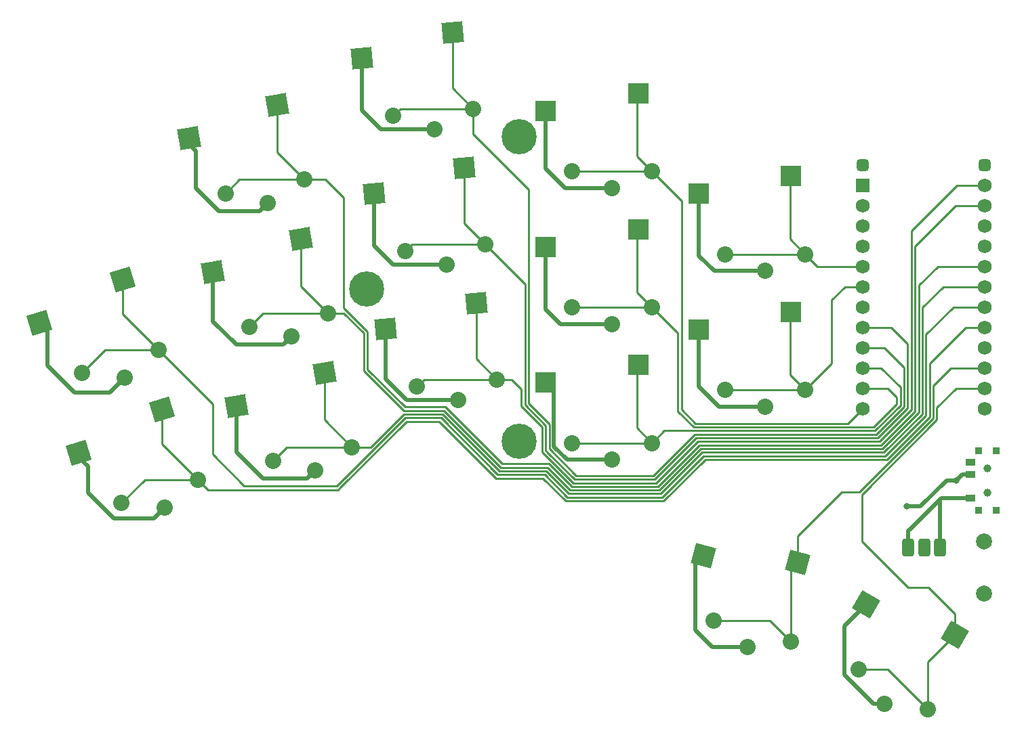
<source format=gtl>
%TF.GenerationSoftware,KiCad,Pcbnew,(6.0.4-0)*%
%TF.CreationDate,2022-04-28T13:46:59+02:00*%
%TF.ProjectId,duckmini,6475636b-6d69-46e6-992e-6b696361645f,v1.0.0*%
%TF.SameCoordinates,Original*%
%TF.FileFunction,Copper,L1,Top*%
%TF.FilePolarity,Positive*%
%FSLAX46Y46*%
G04 Gerber Fmt 4.6, Leading zero omitted, Abs format (unit mm)*
G04 Created by KiCad (PCBNEW (6.0.4-0)) date 2022-04-28 13:46:59*
%MOMM*%
%LPD*%
G01*
G04 APERTURE LIST*
G04 Aperture macros list*
%AMRoundRect*
0 Rectangle with rounded corners*
0 $1 Rounding radius*
0 $2 $3 $4 $5 $6 $7 $8 $9 X,Y pos of 4 corners*
0 Add a 4 corners polygon primitive as box body*
4,1,4,$2,$3,$4,$5,$6,$7,$8,$9,$2,$3,0*
0 Add four circle primitives for the rounded corners*
1,1,$1+$1,$2,$3*
1,1,$1+$1,$4,$5*
1,1,$1+$1,$6,$7*
1,1,$1+$1,$8,$9*
0 Add four rect primitives between the rounded corners*
20,1,$1+$1,$2,$3,$4,$5,0*
20,1,$1+$1,$4,$5,$6,$7,0*
20,1,$1+$1,$6,$7,$8,$9,0*
20,1,$1+$1,$8,$9,$2,$3,0*%
%AMRotRect*
0 Rectangle, with rotation*
0 The origin of the aperture is its center*
0 $1 length*
0 $2 width*
0 $3 Rotation angle, in degrees counterclockwise*
0 Add horizontal line*
21,1,$1,$2,0,0,$3*%
G04 Aperture macros list end*
%TA.AperFunction,SMDPad,CuDef*%
%ADD10R,0.900000X0.900000*%
%TD*%
%TA.AperFunction,SMDPad,CuDef*%
%ADD11R,1.250000X0.900000*%
%TD*%
%TA.AperFunction,ComponentPad*%
%ADD12RoundRect,0.375000X-0.375000X-0.750000X0.375000X-0.750000X0.375000X0.750000X-0.375000X0.750000X0*%
%TD*%
%TA.AperFunction,ComponentPad*%
%ADD13C,2.000000*%
%TD*%
%TA.AperFunction,SMDPad,CuDef*%
%ADD14RotRect,2.600000X2.600000X10.000000*%
%TD*%
%TA.AperFunction,ComponentPad*%
%ADD15C,2.032000*%
%TD*%
%TA.AperFunction,SMDPad,CuDef*%
%ADD16RotRect,2.600000X2.600000X5.000000*%
%TD*%
%TA.AperFunction,SMDPad,CuDef*%
%ADD17R,2.600000X2.600000*%
%TD*%
%TA.AperFunction,SMDPad,CuDef*%
%ADD18RotRect,2.600000X2.600000X330.000000*%
%TD*%
%TA.AperFunction,WasherPad*%
%ADD19C,1.000000*%
%TD*%
%TA.AperFunction,SMDPad,CuDef*%
%ADD20RotRect,2.600000X2.600000X17.000000*%
%TD*%
%TA.AperFunction,SMDPad,CuDef*%
%ADD21RotRect,2.600000X2.600000X345.000000*%
%TD*%
%TA.AperFunction,ComponentPad*%
%ADD22R,1.752600X1.752600*%
%TD*%
%TA.AperFunction,ComponentPad*%
%ADD23C,1.752600*%
%TD*%
%TA.AperFunction,ComponentPad*%
%ADD24RoundRect,0.375000X-0.375000X-0.375000X0.375000X-0.375000X0.375000X0.375000X-0.375000X0.375000X0*%
%TD*%
%TA.AperFunction,ComponentPad*%
%ADD25C,4.400000*%
%TD*%
%TA.AperFunction,ViaPad*%
%ADD26C,0.800000*%
%TD*%
%TA.AperFunction,Conductor*%
%ADD27C,0.250000*%
%TD*%
%TA.AperFunction,Conductor*%
%ADD28C,0.500000*%
%TD*%
G04 APERTURE END LIST*
D10*
%TO.P,T1,*%
%TO.N,*%
X161187367Y60512667D03*
X163387367Y67912667D03*
X163387367Y60512667D03*
X161187367Y67912667D03*
D11*
%TO.P,T1,1*%
%TO.N,Braw*%
X160212367Y61962667D03*
%TO.P,T1,2*%
%TO.N,Bplus*%
X160212367Y64962667D03*
%TO.P,T1,3*%
%TO.N,N/C*%
X160212367Y66462667D03*
%TD*%
D12*
%TO.P,PAD1,1*%
%TO.N,Braw*%
X152411087Y55816483D03*
X156411087Y55816483D03*
%TO.P,PAD1,2*%
%TO.N,Bminus*%
X154411087Y55816483D03*
%TD*%
D13*
%TO.P,B1,1*%
%TO.N,RST*%
X161850000Y50090000D03*
%TO.P,B1,2*%
%TO.N,GND*%
X161850000Y56590000D03*
%TD*%
D14*
%TO.P,S11,1*%
%TO.N,P0*%
X73579149Y111173371D03*
%TO.P,S11,2*%
%TO.N,GND*%
X62586645Y107001157D03*
%TD*%
D15*
%TO.P,S34,1*%
%TO.N,P8*%
X146198518Y40569316D03*
X154858772Y35569316D03*
%TO.P,S34,2*%
%TO.N,GND*%
X149478645Y36250663D03*
X149478645Y36250663D03*
%TD*%
D16*
%TO.P,S15,1*%
%TO.N,P18*%
X96965604Y103326961D03*
%TO.P,S15,2*%
%TO.N,GND*%
X85651298Y100128683D03*
%TD*%
D17*
%TO.P,S21,1*%
%TO.N,P16*%
X118686087Y95636017D03*
%TO.P,S21,2*%
%TO.N,GND*%
X107136087Y93436017D03*
%TD*%
D15*
%TO.P,S8,1*%
%TO.N,P3*%
X73026972Y66651093D03*
X82875050Y68387574D03*
%TO.P,S8,2*%
%TO.N,GND*%
X78315672Y65451237D03*
X78315672Y65451237D03*
%TD*%
%TO.P,S14,1*%
%TO.N,P1*%
X91053509Y75957538D03*
X101015456Y76829096D03*
%TO.P,S14,2*%
%TO.N,GND*%
X96217510Y74301308D03*
X96217510Y74301308D03*
%TD*%
%TO.P,S20,1*%
%TO.N,P14*%
X120411087Y68886017D03*
X110411087Y68886017D03*
%TO.P,S20,2*%
%TO.N,GND*%
X115411087Y66786017D03*
X115411087Y66786017D03*
%TD*%
%TO.P,S28,1*%
%TO.N,P20*%
X129517334Y75510985D03*
X139517334Y75510985D03*
%TO.P,S28,2*%
%TO.N,GND*%
X134517334Y73410985D03*
X134517334Y73410985D03*
%TD*%
D17*
%TO.P,S29,1*%
%TO.N,P21*%
X137792334Y102260985D03*
%TO.P,S29,2*%
%TO.N,GND*%
X126242334Y100060985D03*
%TD*%
D18*
%TO.P,S33,1*%
%TO.N,P8*%
X158239878Y44875564D03*
%TO.P,S33,2*%
%TO.N,GND*%
X147137285Y48745308D03*
%TD*%
D14*
%TO.P,S7,1*%
%TO.N,P3*%
X79483187Y77689907D03*
%TO.P,S7,2*%
%TO.N,GND*%
X68490683Y73517693D03*
%TD*%
D19*
%TO.P,T2,*%
%TO.N,*%
X162287367Y65712667D03*
X162287367Y62712667D03*
%TD*%
D20*
%TO.P,S5,1*%
%TO.N,P4*%
X54234545Y89377494D03*
%TO.P,S5,2*%
%TO.N,GND*%
X43832443Y83896730D03*
%TD*%
D17*
%TO.P,S27,1*%
%TO.N,P20*%
X137792334Y85260985D03*
%TO.P,S27,2*%
%TO.N,GND*%
X126242334Y83060985D03*
%TD*%
D14*
%TO.P,S9,1*%
%TO.N,P2*%
X76531168Y94431639D03*
%TO.P,S9,2*%
%TO.N,GND*%
X65538664Y90259425D03*
%TD*%
D15*
%TO.P,S16,1*%
%TO.N,P18*%
X99533808Y93764406D03*
X89571861Y92892848D03*
%TO.P,S16,2*%
%TO.N,GND*%
X94735862Y91236618D03*
X94735862Y91236618D03*
%TD*%
%TO.P,S30,1*%
%TO.N,P21*%
X139517334Y92510985D03*
X129517334Y92510985D03*
%TO.P,S30,2*%
%TO.N,GND*%
X134517334Y90410985D03*
X134517334Y90410985D03*
%TD*%
D16*
%TO.P,S13,1*%
%TO.N,P1*%
X98447252Y86391651D03*
%TO.P,S13,2*%
%TO.N,GND*%
X87132946Y83193373D03*
%TD*%
D15*
%TO.P,S24,1*%
%TO.N,P10*%
X110411087Y102886017D03*
X120411087Y102886017D03*
%TO.P,S24,2*%
%TO.N,GND*%
X115411087Y100786017D03*
X115411087Y100786017D03*
%TD*%
D16*
%TO.P,S17,1*%
%TO.N,P15*%
X95483957Y120262271D03*
%TO.P,S17,2*%
%TO.N,GND*%
X84169651Y117063993D03*
%TD*%
D15*
%TO.P,S4,1*%
%TO.N,P5*%
X54142067Y61376965D03*
X63705114Y64300682D03*
%TO.P,S4,2*%
%TO.N,GND*%
X59537571Y60830584D03*
X59537571Y60830584D03*
%TD*%
%TO.P,S10,1*%
%TO.N,P2*%
X70074953Y83392825D03*
X79923031Y85129306D03*
%TO.P,S10,2*%
%TO.N,GND*%
X75363653Y82192969D03*
X75363653Y82192969D03*
%TD*%
%TO.P,S22,1*%
%TO.N,P16*%
X110411087Y85886017D03*
X120411087Y85886017D03*
%TO.P,S22,2*%
%TO.N,GND*%
X115411087Y83786017D03*
X115411087Y83786017D03*
%TD*%
D21*
%TO.P,S31,1*%
%TO.N,P7*%
X138594426Y53938364D03*
%TO.P,S31,2*%
%TO.N,GND*%
X126868581Y54802687D03*
%TD*%
D22*
%TO.P,MCU1,1*%
%TO.N,RAW*%
X146737213Y101142542D03*
D23*
%TO.P,MCU1,2*%
%TO.N,GND*%
X146737213Y98602542D03*
%TO.P,MCU1,3*%
%TO.N,RST*%
X146737213Y96062542D03*
%TO.P,MCU1,4*%
%TO.N,VCC*%
X146737213Y93522542D03*
%TO.P,MCU1,5*%
%TO.N,P21*%
X146737213Y90982542D03*
%TO.P,MCU1,6*%
%TO.N,P20*%
X146737213Y88442542D03*
%TO.P,MCU1,7*%
%TO.N,P19*%
X146737213Y85902542D03*
%TO.P,MCU1,8*%
%TO.N,P18*%
X146737213Y83362542D03*
%TO.P,MCU1,9*%
%TO.N,P15*%
X146737213Y80822542D03*
%TO.P,MCU1,10*%
%TO.N,P14*%
X146737213Y78282542D03*
%TO.P,MCU1,11*%
%TO.N,P16*%
X146737213Y75742542D03*
%TO.P,MCU1,12*%
%TO.N,P10*%
X146737213Y73202542D03*
%TO.P,MCU1,13*%
%TO.N,P1*%
X161977213Y101142542D03*
%TO.P,MCU1,14*%
%TO.N,P0*%
X161977213Y98602542D03*
%TO.P,MCU1,15*%
%TO.N,GND*%
X161977213Y96062542D03*
%TO.P,MCU1,16*%
X161977213Y93522542D03*
%TO.P,MCU1,17*%
%TO.N,P2*%
X161977213Y90982542D03*
%TO.P,MCU1,18*%
%TO.N,P3*%
X161977213Y88442542D03*
%TO.P,MCU1,19*%
%TO.N,P4*%
X161977213Y85902542D03*
%TO.P,MCU1,20*%
%TO.N,P5*%
X161977213Y83362542D03*
%TO.P,MCU1,21*%
%TO.N,P6*%
X161977213Y80822542D03*
%TO.P,MCU1,22*%
%TO.N,P7*%
X161977213Y78282542D03*
%TO.P,MCU1,23*%
%TO.N,P8*%
X161977213Y75742542D03*
%TO.P,MCU1,24*%
%TO.N,P9*%
X161977213Y73202542D03*
D24*
%TO.P,MCU1,25*%
%TO.N,Bplus*%
X146737213Y103682542D03*
%TO.N,Bminus*%
X161977213Y103682542D03*
%TD*%
D20*
%TO.P,S3,1*%
%TO.N,P5*%
X59204864Y73120313D03*
%TO.P,S3,2*%
%TO.N,GND*%
X48802762Y67639549D03*
%TD*%
D15*
%TO.P,S32,1*%
%TO.N,P7*%
X137737163Y44074125D03*
X128077904Y46662315D03*
%TO.P,S32,2*%
%TO.N,GND*%
X132364014Y43339776D03*
X132364014Y43339776D03*
%TD*%
D25*
%TO.P,REF\u002A\u002A,1*%
%TO.N,N/C*%
X84747220Y88141427D03*
X103797220Y69091427D03*
X103797220Y107191427D03*
%TD*%
D15*
%TO.P,S12,1*%
%TO.N,P0*%
X76971012Y101871038D03*
X67122934Y100134557D03*
%TO.P,S12,2*%
%TO.N,GND*%
X72411634Y98934701D03*
X72411634Y98934701D03*
%TD*%
D17*
%TO.P,S23,1*%
%TO.N,P10*%
X118686087Y112636017D03*
%TO.P,S23,2*%
%TO.N,GND*%
X107136087Y110436017D03*
%TD*%
D15*
%TO.P,S6,1*%
%TO.N,P4*%
X49171748Y77634146D03*
X58734795Y80557863D03*
%TO.P,S6,2*%
%TO.N,GND*%
X54567252Y77087765D03*
X54567252Y77087765D03*
%TD*%
D17*
%TO.P,S19,1*%
%TO.N,P14*%
X118686087Y78636017D03*
%TO.P,S19,2*%
%TO.N,GND*%
X107136087Y76436017D03*
%TD*%
D15*
%TO.P,S18,1*%
%TO.N,P15*%
X88090214Y109828158D03*
X98052161Y110699716D03*
%TO.P,S18,2*%
%TO.N,GND*%
X93254215Y108171928D03*
X93254215Y108171928D03*
%TD*%
D26*
%TO.N,Bplus*%
X158448480Y64212667D03*
X152222200Y60960000D03*
%TD*%
D27*
%TO.N,P21*%
X139517334Y92510985D02*
X141043317Y90985002D01*
X141043317Y90985002D02*
X146734753Y90985002D01*
X146734753Y90985002D02*
X146737213Y90982542D01*
X129517334Y92510985D02*
X139517334Y92510985D01*
D28*
%TO.N,GND*%
X108153560Y75418544D02*
X107136087Y76436017D01*
X63384822Y105421809D02*
X62586645Y106219986D01*
X96217510Y74301308D02*
X89760656Y74301308D01*
X134517334Y90410985D02*
X128150955Y90410985D01*
X63384822Y100802250D02*
X63384822Y105421809D01*
X128789852Y73410985D02*
X126242334Y75958503D01*
X75363653Y82192969D02*
X74347654Y81176970D01*
X115411087Y66786017D02*
X109815760Y66786017D01*
X126242334Y92319606D02*
X126242334Y100060985D01*
X108153560Y68448217D02*
X108153560Y75418544D01*
X62586645Y106219986D02*
X62586645Y107001157D01*
X66268370Y97918702D02*
X63384822Y100802250D01*
X74347654Y81176970D02*
X68485407Y81176970D01*
X71813295Y64435238D02*
X68490683Y67757850D01*
X89760656Y74301308D02*
X87132946Y76929018D01*
X125807135Y53741241D02*
X126868581Y54802687D01*
X109815760Y66786017D02*
X108153560Y68448217D01*
X49917361Y65987885D02*
X48802762Y67102484D01*
X144424400Y39868068D02*
X144424400Y46032423D01*
X125807135Y45471746D02*
X125807135Y53741241D01*
X59537571Y60830584D02*
X58196209Y59489222D01*
X77299673Y64435238D02*
X71813295Y64435238D01*
X115411087Y83786017D02*
X108973745Y83786017D01*
X78315672Y65451237D02*
X77299673Y64435238D01*
X58196209Y59489222D02*
X53137791Y59489222D01*
X71395635Y97918702D02*
X66268370Y97918702D01*
X132364014Y43339776D02*
X127939105Y43339776D01*
X53137791Y59489222D02*
X49917361Y62709652D01*
X134517334Y73410985D02*
X128789852Y73410985D01*
X107136087Y103216201D02*
X107136087Y110436017D01*
X86601289Y108171928D02*
X86570217Y108140856D01*
X93254215Y108171928D02*
X86601289Y108171928D01*
X115411087Y100786017D02*
X109566271Y100786017D01*
X68485407Y81176970D02*
X65538664Y84123713D01*
X85651298Y93599163D02*
X85651298Y100128683D01*
X65538664Y84123713D02*
X65538664Y90259425D01*
X48802762Y67102484D02*
X48802762Y67639549D01*
X144424400Y46032423D02*
X147137285Y48745308D01*
X127939105Y43339776D02*
X125807135Y45471746D01*
X148041805Y36250663D02*
X144424400Y39868068D01*
X108153560Y76015027D02*
X107136087Y77032500D01*
X109566271Y100786017D02*
X107136087Y103216201D01*
X94735862Y91236618D02*
X88013843Y91236618D01*
X48232895Y75218284D02*
X44864298Y78586881D01*
X87132946Y76929018D02*
X87132946Y83193373D01*
X88013843Y91236618D02*
X85651298Y93599163D01*
X108973745Y83786017D02*
X107136087Y85623675D01*
X128150955Y90410985D02*
X126242334Y92319606D01*
X44864298Y78586881D02*
X44864298Y82864875D01*
X86570217Y108140856D02*
X84169651Y110541422D01*
X54567252Y77087765D02*
X52697771Y75218284D01*
X72411634Y98934701D02*
X71395635Y97918702D01*
X149478645Y36250663D02*
X148041805Y36250663D01*
X68490683Y67757850D02*
X68490683Y73517693D01*
X52697771Y75218284D02*
X48232895Y75218284D01*
X107136087Y85623675D02*
X107136087Y93436017D01*
X44864298Y82864875D02*
X43832443Y83896730D01*
X49917361Y62709652D02*
X49917361Y65987885D01*
X126242334Y75958503D02*
X126242334Y83060985D01*
X84169651Y110541422D02*
X84169651Y117063993D01*
D27*
%TO.N,P5*%
X149748864Y66830877D02*
X155077894Y72159909D01*
X159562542Y83362542D02*
X161977213Y83362542D01*
X155077894Y78877894D02*
X159562542Y83362542D01*
X59204864Y68800932D02*
X63705114Y64300682D01*
X63705114Y64300682D02*
X64955316Y63050480D01*
X121872336Y61654585D02*
X127048629Y66830877D01*
X64955316Y63050480D02*
X81210742Y63050480D01*
X89748263Y71588001D02*
X93841920Y71588001D01*
X100944526Y64485396D02*
X106796666Y64485396D01*
X81210742Y63050480D02*
X81474064Y63313803D01*
X93841920Y71588001D02*
X100944526Y64485396D01*
X109627477Y61654585D02*
X121872336Y61654585D01*
X81474064Y63313803D02*
X89748263Y71588001D01*
X63705114Y64300682D02*
X57065784Y64300682D01*
X106796666Y64485396D02*
X109627477Y61654585D01*
X57065784Y64300682D02*
X54142067Y61376965D01*
X155077894Y72159909D02*
X155077894Y78877894D01*
X127048629Y66830877D02*
X149748864Y66830877D01*
X59204864Y73120313D02*
X59204864Y68800932D01*
%TO.N,P4*%
X58734795Y80557863D02*
X65491195Y73801463D01*
X58734795Y80557863D02*
X52095465Y80557863D01*
X54234545Y89377494D02*
X54234545Y85058113D01*
X52095465Y80557863D02*
X49171748Y77634146D01*
X106982862Y64934916D02*
X109813674Y62104105D01*
X54234545Y85058113D02*
X58734795Y80557863D01*
X69468058Y63500000D02*
X81024544Y63500000D01*
X121686139Y62104105D02*
X126862431Y67280397D01*
X154628374Y82455721D02*
X158075195Y85902542D01*
X65491195Y73801463D02*
X65491195Y67476863D01*
X101130723Y64934916D02*
X106982862Y64934916D01*
X158075195Y85902542D02*
X161977213Y85902542D01*
X89562065Y72037521D02*
X94028117Y72037521D01*
X109813674Y62104105D02*
X121686139Y62104105D01*
X149562666Y67280397D02*
X154628374Y72346106D01*
X154628374Y72346106D02*
X154628374Y82455721D01*
X81024544Y63500000D02*
X89562065Y72037521D01*
X126862431Y67280397D02*
X149562666Y67280397D01*
X94028117Y72037521D02*
X101130723Y64934916D01*
X65491195Y67476863D02*
X69468058Y63500000D01*
%TO.N,P3*%
X121499941Y62553625D02*
X126676233Y67729917D01*
X109999871Y62553625D02*
X121499941Y62553625D01*
X94214315Y72487041D02*
X101316920Y65384436D01*
X149376468Y67729917D02*
X154178854Y72532303D01*
X101316920Y65384436D02*
X107169060Y65384436D01*
X79483187Y71779437D02*
X82875050Y68387574D01*
X82875050Y68387574D02*
X85276400Y68387574D01*
X85276400Y68387574D02*
X89375867Y72487041D01*
X126676233Y67729917D02*
X149376468Y67729917D01*
X82875050Y68387574D02*
X74763453Y68387574D01*
X79483187Y77689907D02*
X79483187Y71779437D01*
X74763453Y68387574D02*
X73026972Y66651093D01*
X154178854Y85854555D02*
X156766841Y88442542D01*
X154178854Y72532303D02*
X154178854Y85854555D01*
X89375867Y72487041D02*
X94214315Y72487041D01*
X107169060Y65384436D02*
X109999871Y62553625D01*
X156766841Y88442542D02*
X161977213Y88442542D01*
%TO.N,P2*%
X84386480Y82617802D02*
X84386480Y77933067D01*
X76531168Y88521169D02*
X79923031Y85129306D01*
X121313741Y63003145D02*
X126490035Y68179437D01*
X76531168Y94431639D02*
X76531168Y88521169D01*
X94400512Y72936561D02*
X101503117Y65833956D01*
X101503117Y65833956D02*
X107355257Y65833956D01*
X81874976Y85129306D02*
X84386480Y82617802D01*
X84386480Y77933067D02*
X89382986Y72936561D01*
X79923031Y85129306D02*
X81874976Y85129306D01*
X110186071Y63003145D02*
X121313741Y63003145D01*
X107355257Y65833956D02*
X110186071Y63003145D01*
X126490035Y68179437D02*
X149190270Y68179437D01*
X79923031Y85129306D02*
X71811434Y85129306D01*
X156084963Y90982542D02*
X161977213Y90982542D01*
X153729334Y72718501D02*
X153729334Y88626913D01*
X71811434Y85129306D02*
X70074953Y83392825D01*
X153729334Y88626913D02*
X156084963Y90982542D01*
X89382986Y72936561D02*
X94400512Y72936561D01*
X149190270Y68179437D02*
X153729334Y72718501D01*
%TO.N,P0*%
X68859415Y101871038D02*
X67122934Y100134557D01*
X149004072Y68628957D02*
X153249052Y72873937D01*
X158355429Y98602542D02*
X161977213Y98602542D01*
X110372268Y63452665D02*
X121127544Y63452665D01*
X73579149Y111173371D02*
X73579149Y105262901D01*
X84836000Y82804000D02*
X84836000Y78119265D01*
X79561162Y101871038D02*
X81858703Y99573497D01*
X89569184Y73386081D02*
X94586709Y73386081D01*
X107541455Y66283476D02*
X110372268Y63452665D01*
X76971012Y101871038D02*
X68859415Y101871038D01*
X126303837Y68628957D02*
X149004072Y68628957D01*
X153249052Y93496165D02*
X158355429Y98602542D01*
X101689314Y66283476D02*
X107541455Y66283476D01*
X153249052Y72873937D02*
X153249052Y93496165D01*
X81858703Y85781297D02*
X84836000Y82804000D01*
X84836000Y78119265D02*
X89569184Y73386081D01*
X121127544Y63452665D02*
X126303837Y68628957D01*
X81858703Y99573497D02*
X81858703Y85781297D01*
X76971012Y101871038D02*
X79561162Y101871038D01*
X73579149Y105262901D02*
X76971012Y101871038D01*
X94586709Y73386081D02*
X101689314Y66283476D01*
%TO.N,P1*%
X91925067Y76829096D02*
X91053509Y75957538D01*
X152799532Y73060135D02*
X152799532Y95461145D01*
X104079160Y73484347D02*
X106680000Y70883507D01*
X101015456Y76829096D02*
X102844128Y76829096D01*
X101015456Y76829096D02*
X98447252Y79397300D01*
X98447252Y79397300D02*
X98447252Y86391651D01*
X126117639Y69078477D02*
X148817874Y69078477D01*
X152799532Y95461145D02*
X158480929Y101142542D01*
X110558465Y63902185D02*
X120941347Y63902185D01*
X120941347Y63902185D02*
X126117639Y69078477D01*
X104079160Y75594064D02*
X104079160Y73484347D01*
X148817874Y69078477D02*
X152799532Y73060135D01*
X101015456Y76829096D02*
X91925067Y76829096D01*
X106680000Y70883507D02*
X106680001Y67780648D01*
X102844128Y76829096D02*
X104079160Y75594064D01*
X158480929Y101142542D02*
X161977213Y101142542D01*
X106680001Y67780648D02*
X110558465Y63902185D01*
%TO.N,P18*%
X110744662Y64351705D02*
X120755149Y64351705D01*
X104528680Y88769534D02*
X104528680Y73670546D01*
X152350012Y73246333D02*
X152350012Y81329988D01*
X99533808Y93764406D02*
X90443419Y93764406D01*
X96965604Y96332610D02*
X99533808Y93764406D01*
X107129520Y67966846D02*
X107392843Y67703524D01*
X150317458Y83362542D02*
X146737213Y83362542D01*
X107392843Y67703524D02*
X110744662Y64351705D01*
X99533808Y93764406D02*
X104528680Y88769534D01*
X148631676Y69527997D02*
X152350012Y73246333D01*
X125931441Y69527997D02*
X148631676Y69527997D01*
X96965604Y103326961D02*
X96965604Y96332610D01*
X90443419Y93764406D02*
X89571861Y92892848D01*
X107129520Y71069705D02*
X107129520Y67966846D01*
X152350012Y81329988D02*
X150317458Y83362542D01*
X104528680Y73670546D02*
X107129520Y71069705D01*
X120755149Y64351705D02*
X125931441Y69527997D01*
%TO.N,P15*%
X148445478Y69977517D02*
X151900492Y73432531D01*
X120568951Y64801225D02*
X125745243Y69977517D01*
X98052161Y107541789D02*
X104978200Y100615750D01*
X151900492Y78376564D02*
X149454514Y80822542D01*
X98052161Y110699716D02*
X98052161Y107541789D01*
X95483957Y120262271D02*
X95483957Y113267920D01*
X125745243Y69977517D02*
X148445478Y69977517D01*
X110930859Y64801225D02*
X120568951Y64801225D01*
X107579040Y71255902D02*
X107579040Y68153044D01*
X88961772Y110699716D02*
X88090214Y109828158D01*
X149454514Y80822542D02*
X146737213Y80822542D01*
X98052161Y110699716D02*
X88961772Y110699716D01*
X151900492Y73432531D02*
X151900492Y78376564D01*
X104978200Y100615750D02*
X104978200Y73856744D01*
X95483957Y113267920D02*
X98052161Y110699716D01*
X104978200Y73856744D02*
X107579040Y71255902D01*
X107579040Y68153044D02*
X110930859Y64801225D01*
%TO.N,P14*%
X148259280Y70427037D02*
X121952107Y70427037D01*
X146737213Y78282542D02*
X149026535Y78282542D01*
X120411087Y68886017D02*
X110411087Y68886017D01*
X118536566Y78486496D02*
X118536566Y70760538D01*
X151450972Y75858105D02*
X151450972Y73618729D01*
X151450972Y73618729D02*
X148259280Y70427037D01*
X118536566Y70760538D02*
X120411087Y68886017D01*
X118686087Y78636017D02*
X118536566Y78486496D01*
X149026535Y78282542D02*
X151450972Y75858105D01*
X121952107Y70427037D02*
X120411087Y68886017D01*
%TO.N,P16*%
X118536566Y87760538D02*
X120411087Y85886017D01*
X123654880Y82642224D02*
X123654880Y72872083D01*
X110411087Y85886017D02*
X120411087Y85886017D01*
X148073083Y70876557D02*
X151001452Y73804926D01*
X118536566Y95486496D02*
X118536566Y87760538D01*
X149860000Y75742542D02*
X146737213Y75742542D01*
X120411087Y85886017D02*
X123654880Y82642224D01*
X123654880Y72872083D02*
X125650407Y70876557D01*
X151001452Y74601090D02*
X149860000Y75742542D01*
X151001452Y73804926D02*
X151001452Y74601090D01*
X118686087Y95636017D02*
X118536566Y95486496D01*
X125650407Y70876557D02*
X148073083Y70876557D01*
%TO.N,P10*%
X118536566Y112486496D02*
X118536566Y104760538D01*
X124104400Y99192704D02*
X124104400Y73058281D01*
X125836604Y71326077D02*
X144860748Y71326077D01*
X120411087Y102886017D02*
X110411087Y102886017D01*
X118686087Y112636017D02*
X118536566Y112486496D01*
X124104400Y73058281D02*
X125836604Y71326077D01*
X144860748Y71326077D02*
X146737213Y73202542D01*
X120411087Y102886017D02*
X124104400Y99192704D01*
X118536566Y104760538D02*
X120411087Y102886017D01*
%TO.N,P20*%
X142839945Y86764638D02*
X144517849Y88442542D01*
X139517334Y75510985D02*
X142839945Y78833596D01*
X137642813Y77385506D02*
X137642813Y85111464D01*
X142839945Y78833596D02*
X142839945Y86764638D01*
X139517334Y75510985D02*
X137642813Y77385506D01*
X137642813Y85111464D02*
X137792334Y85260985D01*
X144517849Y88442542D02*
X146737213Y88442542D01*
X129517334Y75510985D02*
X139517334Y75510985D01*
%TO.N,P21*%
X137642813Y94385506D02*
X137642813Y102111464D01*
X137642813Y102111464D02*
X137792334Y102260985D01*
X139517334Y92510985D02*
X137642813Y94385506D01*
%TO.N,P7*%
X138594426Y57234809D02*
X144105134Y62745517D01*
X135148973Y46662315D02*
X128077904Y46662315D01*
X137737163Y44074125D02*
X135148973Y46662315D01*
X138594426Y53938364D02*
X137737163Y53081101D01*
X138594426Y53938364D02*
X138594426Y57234809D01*
X155527414Y76055724D02*
X157754232Y78282542D01*
X137737163Y53081101D02*
X137737163Y44074125D01*
X144105134Y62745517D02*
X146299220Y62745517D01*
X157754232Y78282542D02*
X161977213Y78282542D01*
X146299220Y62745517D02*
X155527414Y71973711D01*
X155527414Y71973711D02*
X155527414Y76055724D01*
%TO.N,P8*%
X155976934Y71787514D02*
X155976934Y73318293D01*
X154940000Y50800000D02*
X152428562Y50800000D01*
X158239878Y44875564D02*
X158239878Y47500122D01*
X152428562Y50800000D02*
X146633666Y56594896D01*
X149858772Y40569316D02*
X146198518Y40569316D01*
X158239878Y44875564D02*
X154858772Y41494458D01*
X158239878Y47500122D02*
X154940000Y50800000D01*
X146633666Y62444245D02*
X155976934Y71787514D01*
X154858772Y35569316D02*
X149858772Y40569316D01*
X155976934Y73318293D02*
X158401183Y75742542D01*
X158401183Y75742542D02*
X161977213Y75742542D01*
X154858772Y41494458D02*
X154858772Y35569316D01*
X146633666Y56594896D02*
X146633666Y62444245D01*
D28*
%TO.N,Bplus*%
X158448480Y64212667D02*
X159198480Y64962667D01*
X159198480Y64962667D02*
X160212367Y64962667D01*
X153925813Y60960000D02*
X152222200Y60960000D01*
X158448480Y64212667D02*
X158423080Y64238067D01*
X158423080Y64238067D02*
X157203880Y64238067D01*
X157203880Y64238067D02*
X153925813Y60960000D01*
%TO.N,Braw*%
X156404976Y55822594D02*
X156404976Y61857960D01*
X156509683Y61962667D02*
X156404976Y61857960D01*
X152522243Y58000522D02*
X152411087Y57889366D01*
X160212367Y61962667D02*
X156509683Y61962667D01*
X156404976Y61857960D02*
X152547538Y58000522D01*
X152547538Y58000522D02*
X152522243Y58000522D01*
X152411087Y57889366D02*
X152411087Y55816483D01*
%TD*%
M02*

</source>
